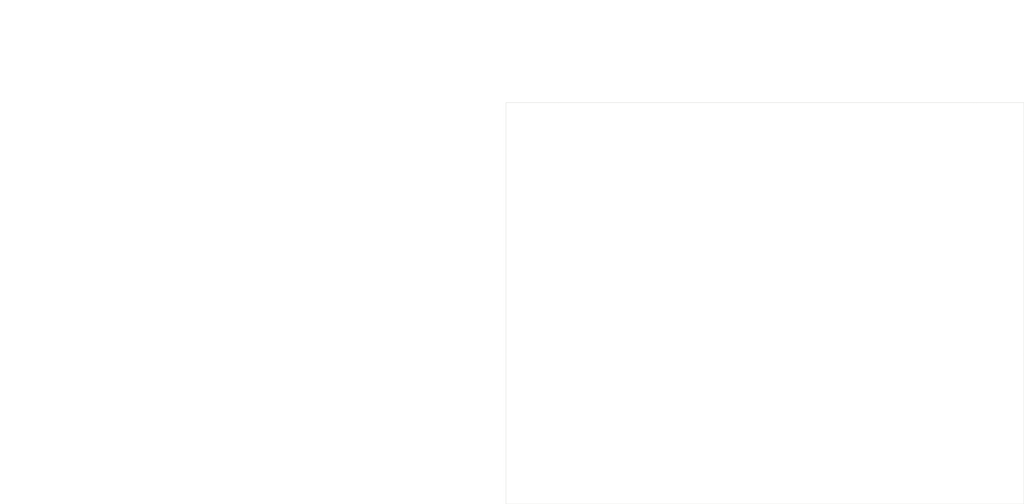
<source format=kicad_pcb>
(kicad_pcb (version 20221018) (generator pcbnew)
  (title_block (title "CC Controller") (date "2020-11-30") (rev "000"))
  (layers (0 "F.Cu" signal) (1 "In1.Cu" signal) (2 "In2.Cu" signal) (31 "B.Cu" signal) (34 "B.Paste" user) (35 "F.Paste" user) (36 "B.SilkS" user "B.Silkscreen") (37 "F.SilkS" user "F.Silkscreen") (38 "B.Mask" user) (39 "F.Mask" user) (44 "Edge.Cuts" user))
  (net 0 "")
  (footprint "Mousebites:0.5mm-NPTH-Drill" (layer "F.Cu") (at 100.288 37.76 90)
    (fp_text reference "REF**" hide)
    (fp_text value "0.5mm-NPTH-Drill" hide)
    (pad "" np_thru_hole circle (at 0 0 90) (size 0.5 0.5) (drill 0.5) (layers "*.Cu" "*.Mask"))
  )
  (footprint "Mousebites:0.5mm-NPTH-Drill" (layer "F.Cu") (at 101.054 37.76 90)
    (fp_text reference "REF**" hide)
    (fp_text value "0.5mm-NPTH-Drill" hide)
    (pad "" np_thru_hole circle (at 0 0 90) (size 0.5 0.5) (drill 0.5) (layers "*.Cu" "*.Mask"))
  )
  (footprint "Mousebites:0.5mm-NPTH-Drill" (layer "F.Cu") (at 101.82 37.76 90)
    (fp_text reference "REF**" hide)
    (fp_text value "0.5mm-NPTH-Drill" hide)
    (pad "" np_thru_hole circle (at 0 0 90) (size 0.5 0.5) (drill 0.5) (layers "*.Cu" "*.Mask"))
  )
  (footprint "Mousebites:0.5mm-NPTH-Drill" (layer "F.Cu") (at 97.99 37.76 90)
    (fp_text reference "REF**" hide)
    (fp_text value "0.5mm-NPTH-Drill" hide)
    (pad "" np_thru_hole circle (at 0 0 90) (size 0.5 0.5) (drill 0.5) (layers "*.Cu" "*.Mask"))
  )
  (footprint "Mousebites:0.5mm-NPTH-Drill" (layer "F.Cu") (at 98.756 37.76 90)
    (fp_text reference "REF**" hide)
    (fp_text value "0.5mm-NPTH-Drill" hide)
    (pad "" np_thru_hole circle (at 0 0 90) (size 0.5 0.5) (drill 0.5) (layers "*.Cu" "*.Mask"))
  )
  (footprint "Mousebites:0.5mm-NPTH-Drill" (layer "F.Cu") (at 99.522 37.76 90)
    (fp_text reference "REF**" hide)
    (fp_text value "0.5mm-NPTH-Drill" hide)
    (pad "" np_thru_hole circle (at 0 0 90) (size 0.5 0.5) (drill 0.5) (layers "*.Cu" "*.Mask"))
  )
  (footprint "Mousebites:0.5mm-NPTH-Drill" (layer "F.Cu") (at 176.402 85.73 90)
    (fp_text reference "REF**" hide)
    (fp_text value "0.5mm-NPTH-Drill" hide)
    (pad "" np_thru_hole circle (at 0 0 90) (size 0.5 0.5) (drill 0.5) (layers "*.Cu" "*.Mask"))
  )
  (footprint "Mousebites:0.5mm-NPTH-Drill" (layer "F.Cu") (at 175.616 37.76 90)
    (fp_text reference "REF**" hide)
    (fp_text value "0.5mm-NPTH-Drill" hide)
    (pad "" np_thru_hole circle (at 0 0 90) (size 0.5 0.5) (drill 0.5) (layers "*.Cu" "*.Mask"))
  )
  (footprint "Mousebites:0.5mm-NPTH-Drill" (layer "F.Cu") (at 174.85 37.76 90)
    (fp_text reference "REF**" hide)
    (fp_text value "0.5mm-NPTH-Drill" hide)
    (pad "" np_thru_hole circle (at 0 0 90) (size 0.5 0.5) (drill 0.5) (layers "*.Cu" "*.Mask"))
  )
  (footprint "Mousebites:0.5mm-NPTH-Drill" (layer "F.Cu") (at 178.68 37.76 90)
    (fp_text reference "REF**" hide)
    (fp_text value "0.5mm-NPTH-Drill" hide)
    (pad "" np_thru_hole circle (at 0 0 90) (size 0.5 0.5) (drill 0.5) (layers "*.Cu" "*.Mask"))
  )
  (footprint "Mousebites:0.5mm-NPTH-Drill" (layer "F.Cu") (at 177.914 37.76 90)
    (fp_text reference "REF**" hide)
    (fp_text value "0.5mm-NPTH-Drill" hide)
    (pad "" np_thru_hole circle (at 0 0 90) (size 0.5 0.5) (drill 0.5) (layers "*.Cu" "*.Mask"))
  )
  (footprint "Mousebites:0.5mm-NPTH-Drill" (layer "F.Cu") (at 177.148 37.76 90)
    (fp_text reference "REF**" hide)
    (fp_text value "0.5mm-NPTH-Drill" hide)
    (pad "" np_thru_hole circle (at 0 0 90) (size 0.5 0.5) (drill 0.5) (layers "*.Cu" "*.Mask"))
  )
  (footprint "Mousebites:0.5mm-NPTH-Drill" (layer "F.Cu") (at 105.14 91.318 180)
    (fp_text reference "REF**" hide)
    (fp_text value "0.5mm-NPTH-Drill" hide)
    (pad "" np_thru_hole circle (at 0 0 180) (size 0.5 0.5) (drill 0.5) (layers "*.Cu" "*.Mask"))
  )
  (footprint "Mousebites:0.5mm-NPTH-Drill" (layer "F.Cu") (at 105.14 90.552 180)
    (fp_text reference "REF**" hide)
    (fp_text value "0.5mm-NPTH-Drill" hide)
    (pad "" np_thru_hole circle (at 0 0 180) (size 0.5 0.5) (drill 0.5) (layers "*.Cu" "*.Mask"))
  )
  (footprint "Mousebites:0.5mm-NPTH-Drill" (layer "F.Cu") (at 105.14 92.084 180)
    (fp_text reference "REF**" hide)
    (fp_text value "0.5mm-NPTH-Drill" hide)
    (pad "" np_thru_hole circle (at 0 0 180) (size 0.5 0.5) (drill 0.5) (layers "*.Cu" "*.Mask"))
  )
  (footprint "Mousebites:0.5mm-NPTH-Drill" (layer "F.Cu") (at 105.14 92.85 180)
    (fp_text reference "REF**" hide)
    (fp_text value "0.5mm-NPTH-Drill" hide)
    (pad "" np_thru_hole circle (at 0 0 180) (size 0.5 0.5) (drill 0.5) (layers "*.Cu" "*.Mask"))
  )
  (footprint "Mousebites:0.5mm-NPTH-Drill" (layer "F.Cu") (at 105.14 89.786 180)
    (fp_text reference "REF**" hide)
    (fp_text value "0.5mm-NPTH-Drill" hide)
    (pad "" np_thru_hole circle (at 0 0 180) (size 0.5 0.5) (drill 0.5) (layers "*.Cu" "*.Mask"))
  )
  (footprint "Mousebites:0.5mm-NPTH-Drill" (layer "F.Cu") (at 105.14 89.02 180)
    (fp_text reference "REF**" hide)
    (fp_text value "0.5mm-NPTH-Drill" hide)
    (pad "" np_thru_hole circle (at 0 0 180) (size 0.5 0.5) (drill 0.5) (layers "*.Cu" "*.Mask"))
  )
  (footprint "Mousebites:2MM_Stencil_Hole" (layer "F.Cu") (at 175.314263 33.95)
    (fp_text reference "REF**" hide)
    (fp_text value "2MM_Stencil_Hole" hide)
    (pad "" np_thru_hole circle (at 0 0) (size 2 2) (drill 2) (layers "*.Cu" "*.Paste" "*.Mask"))
  )
  (footprint "Mousebites:2MM_Stencil_Hole" (layer "F.Cu") (at 101.335737 89.51)
    (fp_text reference "REF**" hide)
    (fp_text value "2MM_Stencil_Hole" hide)
    (pad "" np_thru_hole circle (at 0 0) (size 2 2) (drill 2) (layers "*.Cu" "*.Paste" "*.Mask"))
  )
  (footprint "Mousebites:0.5mm-NPTH-Drill" (layer "F.Cu") (at 105.055 43.345)
    (fp_text reference "REF**" hide)
    (fp_text value "0.5mm-NPTH-Drill" hide)
    (pad "" np_thru_hole circle (at 0 0) (size 0.5 0.5) (drill 0.5) (layers "*.Cu" "*.Mask"))
  )
  (footprint "Mousebites:0.5mm-NPTH-Drill" (layer "F.Cu") (at 105.055 44.11)
    (fp_text reference "REF**" hide)
    (fp_text value "0.5mm-NPTH-Drill" hide)
    (pad "" np_thru_hole circle (at 0 0) (size 0.5 0.5) (drill 0.5) (layers "*.Cu" "*.Mask"))
  )
  (footprint "Mousebites:0.5mm-NPTH-Drill" (layer "F.Cu") (at 105.055 45.64)
    (fp_text reference "REF**" hide)
    (fp_text value "0.5mm-NPTH-Drill" hide)
    (pad "" np_thru_hole circle (at 0 0) (size 0.5 0.5) (drill 0.5) (layers "*.Cu" "*.Mask"))
  )
  (footprint "Mousebites:0.5mm-NPTH-Drill" (layer "F.Cu") (at 105.055 42.58)
    (fp_text reference "REF**" hide)
    (fp_text value "0.5mm-NPTH-Drill" hide)
    (pad "" np_thru_hole circle (at 0 0) (size 0.5 0.5) (drill 0.5) (layers "*.Cu" "*.Mask"))
  )
  (footprint "Mousebites:0.5mm-NPTH-Drill" (layer "F.Cu") (at 105.055 44.875)
    (fp_text reference "REF**" hide)
    (fp_text value "0.5mm-NPTH-Drill" hide)
    (pad "" np_thru_hole circle (at 0 0) (size 0.5 0.5) (drill 0.5) (layers "*.Cu" "*.Mask"))
  )
  (footprint "Mousebites:0.5mm-NPTH-Drill" (layer "F.Cu") (at 105.055 46.41)
    (fp_text reference "REF**" hide)
    (fp_text value "0.5mm-NPTH-Drill" hide)
    (pad "" np_thru_hole circle (at 0 -0.005) (size 0.5 0.5) (drill 0.5) (layers "*.Cu" "*.Mask"))
  )
  (footprint "Mousebites:0.5mm-NPTH-Drill" (layer "F.Cu") (at 105.055 47.17)
    (fp_text reference "REF**" hide)
    (fp_text value "0.5mm-NPTH-Drill" hide)
    (pad "" np_thru_hole circle (at 0 0) (size 0.5 0.5) (drill 0.5) (layers "*.Cu" "*.Mask"))
  )
  (footprint "Mousebites:0.5mm-NPTH-Drill" (layer "F.Cu") (at 176.382 37.76 90)
    (fp_text reference "REF**" hide)
    (fp_text value "0.5mm-NPTH-Drill" hide)
    (pad "" np_thru_hole circle (at 0 0 90) (size 0.5 0.5) (drill 0.5) (layers "*.Cu" "*.Mask"))
  )
  (footprint "Mousebites:0.5mm-NPTH-Drill" (layer "F.Cu") (at 137.105 43.345)
    (fp_text reference "REF**" hide)
    (fp_text value "0.5mm-NPTH-Drill" hide)
    (pad "" np_thru_hole circle (at 0 0) (size 0.5 0.5) (drill 0.5) (layers "*.Cu" "*.Mask"))
  )
  (footprint "Mousebites:0.5mm-NPTH-Drill" (layer "F.Cu") (at 137.105 44.875)
    (fp_text reference "REF**" hide)
    (fp_text value "0.5mm-NPTH-Drill" hide)
    (pad "" np_thru_hole circle (at 0 0) (size 0.5 0.5) (drill 0.5) (layers "*.Cu" "*.Mask"))
  )
  (footprint "Mousebites:0.5mm-NPTH-Drill" (layer "F.Cu") (at 137.105 46.41)
    (fp_text reference "REF**" hide)
    (fp_text value "0.5mm-NPTH-Drill" hide)
    (pad "" np_thru_hole circle (at 0 -0.005) (size 0.5 0.5) (drill 0.5) (layers "*.Cu" "*.Mask"))
  )
  (footprint "Mousebites:0.5mm-NPTH-Drill" (layer "F.Cu") (at 137.105 42.58)
    (fp_text reference "REF**" hide)
    (fp_text value "0.5mm-NPTH-Drill" hide)
    (pad "" np_thru_hole circle (at 0 0) (size 0.5 0.5) (drill 0.5) (layers "*.Cu" "*.Mask"))
  )
  (footprint "Mousebites:0.5mm-NPTH-Drill" (layer "F.Cu") (at 137.105 45.64)
    (fp_text reference "REF**" hide)
    (fp_text value "0.5mm-NPTH-Drill" hide)
    (pad "" np_thru_hole circle (at 0 0) (size 0.5 0.5) (drill 0.5) (layers "*.Cu" "*.Mask"))
  )
  (footprint "Mousebites:0.5mm-NPTH-Drill" (layer "F.Cu") (at 137.105 44.11)
    (fp_text reference "REF**" hide)
    (fp_text value "0.5mm-NPTH-Drill" hide)
    (pad "" np_thru_hole circle (at 0 0) (size 0.5 0.5) (drill 0.5) (layers "*.Cu" "*.Mask"))
  )
  (footprint "Mousebites:0.5mm-NPTH-Drill" (layer "F.Cu") (at 137.105 47.17)
    (fp_text reference "REF**" hide)
    (fp_text value "0.5mm-NPTH-Drill" hide)
    (pad "" np_thru_hole circle (at 0 0) (size 0.5 0.5) (drill 0.5) (layers "*.Cu" "*.Mask"))
  )
  (footprint "Mousebites:0.5mm-NPTH-Drill" (layer "F.Cu") (at 139.555 45.64)
    (fp_text reference "REF**" hide)
    (fp_text value "0.5mm-NPTH-Drill" hide)
    (pad "" np_thru_hole circle (at 0 0) (size 0.5 0.5) (drill 0.5) (layers "*.Cu" "*.Mask"))
  )
  (footprint "Mousebites:0.5mm-NPTH-Drill" (layer "F.Cu") (at 139.555 47.17)
    (fp_text reference "REF**" hide)
    (fp_text value "0.5mm-NPTH-Drill" hide)
    (pad "" np_thru_hole circle (at 0 0) (size 0.5 0.5) (drill 0.5) (layers "*.Cu" "*.Mask"))
  )
  (footprint "Mousebites:0.5mm-NPTH-Drill" (layer "F.Cu") (at 139.555 42.58)
    (fp_text reference "REF**" hide)
    (fp_text value "0.5mm-NPTH-Drill" hide)
    (pad "" np_thru_hole circle (at 0 0) (size 0.5 0.5) (drill 0.5) (layers "*.Cu" "*.Mask"))
  )
  (footprint "Mousebites:0.5mm-NPTH-Drill" (layer "F.Cu") (at 139.555 44.11)
    (fp_text reference "REF**" hide)
    (fp_text value "0.5mm-NPTH-Drill" hide)
    (pad "" np_thru_hole circle (at 0 0) (size 0.5 0.5) (drill 0.5) (layers "*.Cu" "*.Mask"))
  )
  (footprint "Mousebites:0.5mm-NPTH-Drill" (layer "F.Cu") (at 139.555 43.345)
    (fp_text reference "REF**" hide)
    (fp_text value "0.5mm-NPTH-Drill" hide)
    (pad "" np_thru_hole circle (at 0 0) (size 0.5 0.5) (drill 0.5) (layers "*.Cu" "*.Mask"))
  )
  (footprint "Mousebites:0.5mm-NPTH-Drill" (layer "F.Cu") (at 139.555 44.875)
    (fp_text reference "REF**" hide)
    (fp_text value "0.5mm-NPTH-Drill" hide)
    (pad "" np_thru_hole circle (at 0 0) (size 0.5 0.5) (drill 0.5) (layers "*.Cu" "*.Mask"))
  )
  (footprint "Mousebites:0.5mm-NPTH-Drill" (layer "F.Cu") (at 139.555 46.41)
    (fp_text reference "REF**" hide)
    (fp_text value "0.5mm-NPTH-Drill" hide)
    (pad "" np_thru_hole circle (at 0 -0.005) (size 0.5 0.5) (drill 0.5) (layers "*.Cu" "*.Mask"))
  )
  (footprint "Mousebites:0.5mm-NPTH-Drill" (layer "F.Cu") (at 171.605 43.345)
    (fp_text reference "REF**" hide)
    (fp_text value "0.5mm-NPTH-Drill" hide)
    (pad "" np_thru_hole circle (at 0 0) (size 0.5 0.5) (drill 0.5) (layers "*.Cu" "*.Mask"))
  )
  (footprint "Mousebites:0.5mm-NPTH-Drill" (layer "F.Cu") (at 171.605 44.875)
    (fp_text reference "REF**" hide)
    (fp_text value "0.5mm-NPTH-Drill" hide)
    (pad "" np_thru_hole circle (at 0 0) (size 0.5 0.5) (drill 0.5) (layers "*.Cu" "*.Mask"))
  )
  (footprint "Mousebites:0.5mm-NPTH-Drill" (layer "F.Cu") (at 171.605 46.41)
    (fp_text reference "REF**" hide)
    (fp_text value "0.5mm-NPTH-Drill" hide)
    (pad "" np_thru_hole circle (at 0 -0.005) (size 0.5 0.5) (drill 0.5) (layers "*.Cu" "*.Mask"))
  )
  (footprint "Mousebites:0.5mm-NPTH-Drill" (layer "F.Cu") (at 171.605 42.58)
    (fp_text reference "REF**" hide)
    (fp_text value "0.5mm-NPTH-Drill" hide)
    (pad "" np_thru_hole circle (at 0 0) (size 0.5 0.5) (drill 0.5) (layers "*.Cu" "*.Mask"))
  )
  (footprint "Mousebites:0.5mm-NPTH-Drill" (layer "F.Cu") (at 171.605 45.64)
    (fp_text reference "REF**" hide)
    (fp_text value "0.5mm-NPTH-Drill" hide)
    (pad "" np_thru_hole circle (at 0 0) (size 0.5 0.5) (drill 0.5) (layers "*.Cu" "*.Mask"))
  )
  (footprint "Mousebites:0.5mm-NPTH-Drill" (layer "F.Cu") (at 171.605 44.11)
    (fp_text reference "REF**" hide)
    (fp_text value "0.5mm-NPTH-Drill" hide)
    (pad "" np_thru_hole circle (at 0 0) (size 0.5 0.5) (drill 0.5) (layers "*.Cu" "*.Mask"))
  )
  (footprint "Mousebites:0.5mm-NPTH-Drill" (layer "F.Cu") (at 171.605 47.17)
    (fp_text reference "REF**" hide)
    (fp_text value "0.5mm-NPTH-Drill" hide)
    (pad "" np_thru_hole circle (at 0 0) (size 0.5 0.5) (drill 0.5) (layers "*.Cu" "*.Mask"))
  )
  (footprint "Mousebites:0.5mm-NPTH-Drill" (layer "F.Cu") (at 97.98 69.86 90)
    (fp_text reference "REF**" hide)
    (fp_text value "0.5mm-NPTH-Drill" hide)
    (pad "" np_thru_hole circle (at 0 0 90) (size 0.5 0.5) (drill 0.5) (layers "*.Cu" "*.Mask"))
  )
  (footprint "Mousebites:0.5mm-NPTH-Drill" (layer "F.Cu") (at 99.512 69.86 90)
    (fp_text reference "REF**" hide)
    (fp_text value "0.5mm-NPTH-Drill" hide)
    (pad "" np_thru_hole circle (at 0 0 90) (size 0.5 0.5) (drill 0.5) (layers "*.Cu" "*.Mask"))
  )
  (footprint "Mousebites:0.5mm-NPTH-Drill" (layer "F.Cu") (at 98.746 69.86 90)
    (fp_text reference "REF**" hide)
    (fp_text value "0.5mm-NPTH-Drill" hide)
    (pad "" np_thru_hole circle (at 0 0 90) (size 0.5 0.5) (drill 0.5) (layers "*.Cu" "*.Mask"))
  )
  (footprint "Mousebites:0.5mm-NPTH-Drill" (layer "F.Cu") (at 101.81 69.86 90)
    (fp_text reference "REF**" hide)
    (fp_text value "0.5mm-NPTH-Drill" hide)
    (pad "" np_thru_hole circle (at 0 0 90) (size 0.5 0.5) (drill 0.5) (layers "*.Cu" "*.Mask"))
  )
  (footprint "Mousebites:0.5mm-NPTH-Drill" (layer "F.Cu") (at 100.278 69.86 90)
    (fp_text reference "REF**" hide)
    (fp_text value "0.5mm-NPTH-Drill" hide)
    (pad "" np_thru_hole circle (at 0 0 90) (size 0.5 0.5) (drill 0.5) (layers "*.Cu" "*.Mask"))
  )
  (footprint "Mousebites:0.5mm-NPTH-Drill" (layer "F.Cu") (at 101.044 69.86 90)
    (fp_text reference "REF**" hide)
    (fp_text value "0.5mm-NPTH-Drill" hide)
    (pad "" np_thru_hole circle (at 0 0 90) (size 0.5 0.5) (drill 0.5) (layers "*.Cu" "*.Mask"))
  )
  (footprint "Mousebites:0.5mm-NPTH-Drill" (layer "F.Cu") (at 139.555 62.39)
    (fp_text reference "REF**" hide)
    (fp_text value "0.5mm-NPTH-Drill" hide)
    (pad "" np_thru_hole circle (at 0 0) (size 0.5 0.5) (drill 0.5) (layers "*.Cu" "*.Mask"))
  )
  (footprint "Mousebites:0.5mm-NPTH-Drill" (layer "F.Cu") (at 139.555 79.14)
    (fp_text reference "REF**" hide)
    (fp_text value "0.5mm-NPTH-Drill" hide)
    (pad "" np_thru_hole circle (at 0 0) (size 0.5 0.5) (drill 0.5) (layers "*.Cu" "*.Mask"))
  )
  (footprint "Mousebites:0.5mm-NPTH-Drill" (layer "F.Cu") (at 137.105 60.86)
    (fp_text reference "REF**" hide)
    (fp_text value "0.5mm-NPTH-Drill" hide)
    (pad "" np_thru_hole circle (at 0 0) (size 0.5 0.5) (drill 0.5) (layers "*.Cu" "*.Mask"))
  )
  (footprint "Mousebites:0.5mm-NPTH-Drill" (layer "F.Cu") (at 137.105 77.61)
    (fp_text reference "REF**" hide)
    (fp_text value "0.5mm-NPTH-Drill" hide)
    (pad "" np_thru_hole circle (at 0 0) (size 0.5 0.5) (drill 0.5) (layers "*.Cu" "*.Mask"))
  )
  (footprint "Mousebites:0.5mm-NPTH-Drill" (layer "F.Cu") (at 137.105 62.39)
    (fp_text reference "REF**" hide)
    (fp_text value "0.5mm-NPTH-Drill" hide)
    (pad "" np_thru_hole circle (at 0 0) (size 0.5 0.5) (drill 0.5) (layers "*.Cu" "*.Mask"))
  )
  (footprint "Mousebites:0.5mm-NPTH-Drill" (layer "F.Cu") (at 137.105 79.14)
    (fp_text reference "REF**" hide)
    (fp_text value "0.5mm-NPTH-Drill" hide)
    (pad "" np_thru_hole circle (at 0 0) (size 0.5 0.5) (drill 0.5) (layers "*.Cu" "*.Mask"))
  )
  (footprint "Mousebites:0.5mm-NPTH-Drill" (layer "F.Cu") (at 139.555 63.16)
    (fp_text reference "REF**" hide)
    (fp_text value "0.5mm-NPTH-Drill" hide)
    (pad "" np_thru_hole circle (at 0 -0.005) (size 0.5 0.5) (drill 0.5) (layers "*.Cu" "*.Mask"))
  )
  (footprint "Mousebites:0.5mm-NPTH-Drill" (layer "F.Cu") (at 139.555 79.91)
    (fp_text reference "REF**" hide)
    (fp_text value "0.5mm-NPTH-Drill" hide)
    (pad "" np_thru_hole circle (at 0 -0.005) (size 0.5 0.5) (drill 0.5) (layers "*.Cu" "*.Mask"))
  )
  (footprint "Mousebites:0.5mm-NPTH-Drill" (layer "F.Cu") (at 137.105 63.92)
    (fp_text reference "REF**" hide)
    (fp_text value "0.5mm-NPTH-Drill" hide)
    (pad "" np_thru_hole circle (at 0 0) (size 0.5 0.5) (drill 0.5) (layers "*.Cu" "*.Mask"))
  )
  (footprint "Mousebites:0.5mm-NPTH-Drill" (layer "F.Cu") (at 137.105 80.67)
    (fp_text reference "REF**" hide)
    (fp_text value "0.5mm-NPTH-Drill" hide)
    (pad "" np_thru_hole circle (at 0 0) (size 0.5 0.5) (drill 0.5) (layers "*.Cu" "*.Mask"))
  )
  (footprint "Mousebites:0.5mm-NPTH-Drill" (layer "F.Cu") (at 139.555 60.86)
    (fp_text reference "REF**" hide)
    (fp_text value "0.5mm-NPTH-Drill" hide)
    (pad "" np_thru_hole circle (at 0 0) (size 0.5 0.5) (drill 0.5) (layers "*.Cu" "*.Mask"))
  )
  (footprint "Mousebites:0.5mm-NPTH-Drill" (layer "F.Cu") (at 139.555 77.61)
    (fp_text reference "REF**" hide)
    (fp_text value "0.5mm-NPTH-Drill" hide)
    (pad "" np_thru_hole circle (at 0 0) (size 0.5 0.5) (drill 0.5) (layers "*.Cu" "*.Mask"))
  )
  (footprint "Mousebites:0.5mm-NPTH-Drill" (layer "F.Cu") (at 139.555 63.92)
    (fp_text reference "REF**" hide)
    (fp_text value "0.5mm-NPTH-Drill" hide)
    (pad "" np_thru_hole circle (at 0 0) (size 0.5 0.5) (drill 0.5) (layers "*.Cu" "*.Mask"))
  )
  (footprint "Mousebites:0.5mm-NPTH-Drill" (layer "F.Cu") (at 139.555 80.67)
    (fp_text reference "REF**" hide)
    (fp_text value "0.5mm-NPTH-Drill" hide)
    (pad "" np_thru_hole circle (at 0 0) (size 0.5 0.5) (drill 0.5) (layers "*.Cu" "*.Mask"))
  )
  (footprint "Mousebites:0.5mm-NPTH-Drill" (layer "F.Cu") (at 137.105 59.33)
    (fp_text reference "REF**" hide)
    (fp_text value "0.5mm-NPTH-Drill" hide)
    (pad "" np_thru_hole circle (at 0 0) (size 0.5 0.5) (drill 0.5) (layers "*.Cu" "*.Mask"))
  )
  (footprint "Mousebites:0.5mm-NPTH-Drill" (layer "F.Cu") (at 137.105 76.08)
    (fp_text reference "REF**" hide)
    (fp_text value "0.5mm-NPTH-Drill" hide)
    (pad "" np_thru_hole circle (at 0 0) (size 0.5 0.5) (drill 0.5) (layers "*.Cu" "*.Mask"))
  )
  (footprint "Mousebites:0.5mm-NPTH-Drill" (layer "F.Cu") (at 137.105 63.16)
    (fp_text reference "REF**" hide)
    (fp_text value "0.5mm-NPTH-Drill" hide)
    (pad "" np_thru_hole circle (at 0 -0.005) (size 0.5 0.5) (drill 0.5) (layers "*.Cu" "*.Mask"))
  )
  (footprint "Mousebites:0.5mm-NPTH-Drill" (layer "F.Cu") (at 137.105 79.91)
    (fp_text reference "REF**" hide)
    (fp_text value "0.5mm-NPTH-Drill" hide)
    (pad "" np_thru_hole circle (at 0 -0.005) (size 0.5 0.5) (drill 0.5) (layers "*.Cu" "*.Mask"))
  )
  (footprint "Mousebites:0.5mm-NPTH-Drill" (layer "F.Cu") (at 137.105 61.625)
    (fp_text reference "REF**" hide)
    (fp_text value "0.5mm-NPTH-Drill" hide)
    (pad "" np_thru_hole circle (at 0 0) (size 0.5 0.5) (drill 0.5) (layers "*.Cu" "*.Mask"))
  )
  (footprint "Mousebites:0.5mm-NPTH-Drill" (layer "F.Cu") (at 137.105 78.375)
    (fp_text reference "REF**" hide)
    (fp_text value "0.5mm-NPTH-Drill" hide)
    (pad "" np_thru_hole circle (at 0 0) (size 0.5 0.5) (drill 0.5) (layers "*.Cu" "*.Mask"))
  )
  (footprint "Mousebites:0.5mm-NPTH-Drill" (layer "F.Cu") (at 137.105 60.095)
    (fp_text reference "REF**" hide)
    (fp_text value "0.5mm-NPTH-Drill" hide)
    (pad "" np_thru_hole circle (at 0 0) (size 0.5 0.5) (drill 0.5) (layers "*.Cu" "*.Mask"))
  )
  (footprint "Mousebites:0.5mm-NPTH-Drill" (layer "F.Cu") (at 137.105 76.845)
    (fp_text reference "REF**" hide)
    (fp_text value "0.5mm-NPTH-Drill" hide)
    (pad "" np_thru_hole circle (at 0 0) (size 0.5 0.5) (drill 0.5) (layers "*.Cu" "*.Mask"))
  )
  (footprint "Mousebites:0.5mm-NPTH-Drill" (layer "F.Cu") (at 105.055 63.92)
    (fp_text reference "REF**" hide)
    (fp_text value "0.5mm-NPTH-Drill" hide)
    (pad "" np_thru_hole circle (at 0 0) (size 0.5 0.5) (drill 0.5) (layers "*.Cu" "*.Mask"))
  )
  (footprint "Mousebites:0.5mm-NPTH-Drill" (layer "F.Cu") (at 105.055 80.67)
    (fp_text reference "REF**" hide)
    (fp_text value "0.5mm-NPTH-Drill" hide)
    (pad "" np_thru_hole circle (at 0 0) (size 0.5 0.5) (drill 0.5) (layers "*.Cu" "*.Mask"))
  )
  (footprint "Mousebites:0.5mm-NPTH-Drill" (layer "F.Cu") (at 105.055 63.16)
    (fp_text reference "REF**" hide)
    (fp_text value "0.5mm-NPTH-Drill" hide)
    (pad "" np_thru_hole circle (at 0 -0.005) (size 0.5 0.5) (drill 0.5) (layers "*.Cu" "*.Mask"))
  )
  (footprint "Mousebites:0.5mm-NPTH-Drill" (layer "F.Cu") (at 105.055 79.91)
    (fp_text reference "REF**" hide)
    (fp_text value "0.5mm-NPTH-Drill" hide)
    (pad "" np_thru_hole circle (at 0 -0.005) (size 0.5 0.5) (drill 0.5) (layers "*.Cu" "*.Mask"))
  )
  (footprint "Mousebites:0.5mm-NPTH-Drill" (layer "F.Cu") (at 171.605 60.095)
    (fp_text reference "REF**" hide)
    (fp_text value "0.5mm-NPTH-Drill" hide)
    (pad "" np_thru_hole circle (at 0 0) (size 0.5 0.5) (drill 0.5) (layers "*.Cu" "*.Mask"))
  )
  (footprint "Mousebites:0.5mm-NPTH-Drill" (layer "F.Cu") (at 171.605 76.845)
    (fp_text reference "REF**" hide)
    (fp_text value "0.5mm-NPTH-Drill" hide)
    (pad "" np_thru_hole circle (at 0 0) (size 0.5 0.5) (drill 0.5) (layers "*.Cu" "*.Mask"))
  )
  (footprint "Mousebites:0.5mm-NPTH-Drill" (layer "F.Cu") (at 105.055 59.33)
    (fp_text reference "REF**" hide)
    (fp_text value "0.5mm-NPTH-Drill" hide)
    (pad "" np_thru_hole circle (at 0 0) (size 0.5 0.5) (drill 0.5) (layers "*.Cu" "*.Mask"))
  )
  (footprint "Mousebites:0.5mm-NPTH-Drill" (layer "F.Cu") (at 105.055 76.08)
    (fp_text reference "REF**" hide)
    (fp_text value "0.5mm-NPTH-Drill" hide)
    (pad "" np_thru_hole circle (at 0 0) (size 0.5 0.5) (drill 0.5) (layers "*.Cu" "*.Mask"))
  )
  (footprint "Mousebites:0.5mm-NPTH-Drill" (layer "F.Cu") (at 139.555 60.095)
    (fp_text reference "REF**" hide)
    (fp_text value "0.5mm-NPTH-Drill" hide)
    (pad "" np_thru_hole circle (at 0 0) (size 0.5 0.5) (drill 0.5) (layers "*.Cu" "*.Mask"))
  )
  (footprint "Mousebites:0.5mm-NPTH-Drill" (layer "F.Cu") (at 139.555 76.845)
    (fp_text reference "REF**" hide)
    (fp_text value "0.5mm-NPTH-Drill" hide)
    (pad "" np_thru_hole circle (at 0 0) (size 0.5 0.5) (drill 0.5) (layers "*.Cu" "*.Mask"))
  )
  (footprint "Mousebites:0.5mm-NPTH-Drill" (layer "F.Cu") (at 139.555 61.625)
    (fp_text reference "REF**" hide)
    (fp_text value "0.5mm-NPTH-Drill" hide)
    (pad "" np_thru_hole circle (at 0 0) (size 0.5 0.5) (drill 0.5) (layers "*.Cu" "*.Mask"))
  )
  (footprint "Mousebites:0.5mm-NPTH-Drill" (layer "F.Cu") (at 139.555 78.375)
    (fp_text reference "REF**" hide)
    (fp_text value "0.5mm-NPTH-Drill" hide)
    (pad "" np_thru_hole circle (at 0 0) (size 0.5 0.5) (drill 0.5) (layers "*.Cu" "*.Mask"))
  )
  (footprint "Mousebites:0.5mm-NPTH-Drill" (layer "F.Cu") (at 139.555 59.33)
    (fp_text reference "REF**" hide)
    (fp_text value "0.5mm-NPTH-Drill" hide)
    (pad "" np_thru_hole circle (at 0 0) (size 0.5 0.5) (drill 0.5) (layers "*.Cu" "*.Mask"))
  )
  (footprint "Mousebites:0.5mm-NPTH-Drill" (layer "F.Cu") (at 139.555 76.08)
    (fp_text reference "REF**" hide)
    (fp_text value "0.5mm-NPTH-Drill" hide)
    (pad "" np_thru_hole circle (at 0 0) (size 0.5 0.5) (drill 0.5) (layers "*.Cu" "*.Mask"))
  )
  (footprint "Mousebites:0.5mm-NPTH-Drill" (layer "F.Cu") (at 105.055 61.625)
    (fp_text reference "REF**" hide)
    (fp_text value "0.5mm-NPTH-Drill" hide)
    (pad "" np_thru_hole circle (at 0 0) (size 0.5 0.5) (drill 0.5) (layers "*.Cu" "*.Mask"))
  )
  (footprint "Mousebites:0.5mm-NPTH-Drill" (layer "F.Cu") (at 105.055 78.375)
    (fp_text reference "REF**" hide)
    (fp_text value "0.5mm-NPTH-Drill" hide)
    (pad "" np_thru_hole circle (at 0 0) (size 0.5 0.5) (drill 0.5) (layers "*.Cu" "*.Mask"))
  )
  (footprint "Mousebites:0.5mm-NPTH-Drill" (layer "F.Cu") (at 105.055 62.39)
    (fp_text reference "REF**" hide)
    (fp_text value "0.5mm-NPTH-Drill" hide)
    (pad "" np_thru_hole circle (at 0 0) (size 0.5 0.5) (drill 0.5) (layers "*.Cu" "*.Mask"))
  )
  (footprint "Mousebites:0.5mm-NPTH-Drill" (layer "F.Cu") (at 105.055 79.14)
    (fp_text reference "REF**" hide)
    (fp_text value "0.5mm-NPTH-Drill" hide)
    (pad "" np_thru_hole circle (at 0 0) (size 0.5 0.5) (drill 0.5) (layers "*.Cu" "*.Mask"))
  )
  (footprint "Mousebites:0.5mm-NPTH-Drill" (layer "F.Cu") (at 105.055 60.86)
    (fp_text reference "REF**" hide)
    (fp_text value "0.5mm-NPTH-Drill" hide)
    (pad "" np_thru_hole circle (at 0 0) (size 0.5 0.5) (drill 0.5) (layers "*.Cu" "*.Mask"))
  )
  (footprint "Mousebites:0.5mm-NPTH-Drill" (layer "F.Cu") (at 105.055 77.61)
    (fp_text reference "REF**" hide)
    (fp_text value "0.5mm-NPTH-Drill" hide)
    (pad "" np_thru_hole circle (at 0 0) (size 0.5 0.5) (drill 0.5) (layers "*.Cu" "*.Mask"))
  )
  (footprint "Mousebites:0.5mm-NPTH-Drill" (layer "F.Cu") (at 105.055 60.095)
    (fp_text reference "REF**" hide)
    (fp_text value "0.5mm-NPTH-Drill" hide)
    (pad "" np_thru_hole circle (at 0 0) (size 0.5 0.5) (drill 0.5) (layers "*.Cu" "*.Mask"))
  )
  (footprint "Mousebites:0.5mm-NPTH-Drill" (layer "F.Cu") (at 105.055 76.845)
    (fp_text reference "REF**" hide)
    (fp_text value "0.5mm-NPTH-Drill" hide)
    (pad "" np_thru_hole circle (at 0 0) (size 0.5 0.5) (drill 0.5) (layers "*.Cu" "*.Mask"))
  )
  (footprint "Mousebites:0.5mm-NPTH-Drill" (layer "F.Cu") (at 171.605 59.33)
    (fp_text reference "REF**" hide)
    (fp_text value "0.5mm-NPTH-Drill" hide)
    (pad "" np_thru_hole circle (at 0 0) (size 0.5 0.5) (drill 0.5) (layers "*.Cu" "*.Mask"))
  )
  (footprint "Mousebites:0.5mm-NPTH-Drill" (layer "F.Cu") (at 171.605 76.08)
    (fp_text reference "REF**" hide)
    (fp_text value "0.5mm-NPTH-Drill" hide)
    (pad "" np_thru_hole circle (at 0 0) (size 0.5 0.5) (drill 0.5) (layers "*.Cu" "*.Mask"))
  )
  (footprint "Mousebites:0.5mm-NPTH-Drill" (layer "F.Cu") (at 171.605 63.16)
    (fp_text reference "REF**" hide)
    (fp_text value "0.5mm-NPTH-Drill" hide)
    (pad "" np_thru_hole circle (at 0 -0.005) (size 0.5 0.5) (drill 0.5) (layers "*.Cu" "*.Mask"))
  )
  (footprint "Mousebites:0.5mm-NPTH-Drill" (layer "F.Cu") (at 171.605 79.91)
    (fp_text reference "REF**" hide)
    (fp_text value "0.5mm-NPTH-Drill" hide)
    (pad "" np_thru_hole circle (at 0 -0.005) (size 0.5 0.5) (drill 0.5) (layers "*.Cu" "*.Mask"))
  )
  (footprint "Mousebites:0.5mm-NPTH-Drill" (layer "F.Cu") (at 171.605 61.625)
    (fp_text reference "REF**" hide)
    (fp_text value "0.5mm-NPTH-Drill" hide)
    (pad "" np_thru_hole circle (at 0 0) (size 0.5 0.5) (drill 0.5) (layers "*.Cu" "*.Mask"))
  )
  (footprint "Mousebites:0.5mm-NPTH-Drill" (layer "F.Cu") (at 171.605 78.375)
    (fp_text reference "REF**" hide)
    (fp_text value "0.5mm-NPTH-Drill" hide)
    (pad "" np_thru_hole circle (at 0 0) (size 0.5 0.5) (drill 0.5) (layers "*.Cu" "*.Mask"))
  )
  (footprint "Mousebites:0.5mm-NPTH-Drill" (layer "F.Cu") (at 171.605 63.92)
    (fp_text reference "REF**" hide)
    (fp_text value "0.5mm-NPTH-Drill" hide)
    (pad "" np_thru_hole circle (at 0 0) (size 0.5 0.5) (drill 0.5) (layers "*.Cu" "*.Mask"))
  )
  (footprint "Mousebites:0.5mm-NPTH-Drill" (layer "F.Cu") (at 171.605 80.67)
    (fp_text reference "REF**" hide)
    (fp_text value "0.5mm-NPTH-Drill" hide)
    (pad "" np_thru_hole circle (at 0 0) (size 0.5 0.5) (drill 0.5) (layers "*.Cu" "*.Mask"))
  )
  (footprint "Mousebites:0.5mm-NPTH-Drill" (layer "F.Cu") (at 171.605 60.86)
    (fp_text reference "REF**" hide)
    (fp_text value "0.5mm-NPTH-Drill" hide)
    (pad "" np_thru_hole circle (at 0 0) (size 0.5 0.5) (drill 0.5) (layers "*.Cu" "*.Mask"))
  )
  (footprint "Mousebites:0.5mm-NPTH-Drill" (layer "F.Cu") (at 171.605 77.61)
    (fp_text reference "REF**" hide)
    (fp_text value "0.5mm-NPTH-Drill" hide)
    (pad "" np_thru_hole circle (at 0 0) (size 0.5 0.5) (drill 0.5) (layers "*.Cu" "*.Mask"))
  )
  (footprint "Mousebites:0.5mm-NPTH-Drill" (layer "F.Cu") (at 171.605 62.39)
    (fp_text reference "REF**" hide)
    (fp_text value "0.5mm-NPTH-Drill" hide)
    (pad "" np_thru_hole circle (at 0 0) (size 0.5 0.5) (drill 0.5) (layers "*.Cu" "*.Mask"))
  )
  (footprint "Mousebites:0.5mm-NPTH-Drill" (layer "F.Cu") (at 171.605 79.14)
    (fp_text reference "REF**" hide)
    (fp_text value "0.5mm-NPTH-Drill" hide)
    (pad "" np_thru_hole circle (at 0 0) (size 0.5 0.5) (drill 0.5) (layers "*.Cu" "*.Mask"))
  )
  (footprint "Mousebites:0.5mm-NPTH-Drill" (layer "F.Cu") (at 177.148 69.86 90)
    (fp_text reference "REF**" hide)
    (fp_text value "0.5mm-NPTH-Drill" hide)
    (pad "" np_thru_hole circle (at 0 0 90) (size 0.5 0.5) (drill 0.5) (layers "*.Cu" "*.Mask"))
  )
  (footprint "Mousebites:0.5mm-NPTH-Drill" (layer "F.Cu") (at 171.51 32.152 180)
    (fp_text reference "REF**" hide)
    (fp_text value "0.5mm-NPTH-Drill" hide)
    (pad "" np_thru_hole circle (at 0 0 180) (size 0.5 0.5) (drill 0.5) (layers "*.Cu" "*.Mask"))
  )
  (footprint "Mousebites:0.5mm-NPTH-Drill" (layer "F.Cu") (at 97.99 53.22 90)
    (fp_text reference "REF**" hide)
    (fp_text value "0.5mm-NPTH-Drill" hide)
    (pad "" np_thru_hole circle (at 0 0 90) (size 0.5 0.5) (drill 0.5) (layers "*.Cu" "*.Mask"))
  )
  (footprint "Mousebites:0.5mm-NPTH-Drill" (layer "F.Cu") (at 175.636 85.73 90)
    (fp_text reference "REF**" hide)
    (fp_text value "0.5mm-NPTH-Drill" hide)
    (pad "" np_thru_hole circle (at 0 0 90) (size 0.5 0.5) (drill 0.5) (layers "*.Cu" "*.Mask"))
  )
  (footprint "Mousebites:0.5mm-NPTH-Drill" (layer "F.Cu") (at 177.168 85.73 90)
    (fp_text reference "REF**" hide)
    (fp_text value "0.5mm-NPTH-Drill" hide)
    (pad "" np_thru_hole circle (at 0 0 90) (size 0.5 0.5) (drill 0.5) (layers "*.Cu" "*.Mask"))
  )
  (footprint "Mousebites:0.5mm-NPTH-Drill" (layer "F.Cu") (at 98.756 53.22 90)
    (fp_text reference "REF**" hide)
    (fp_text value "0.5mm-NPTH-Drill" hide)
    (pad "" np_thru_hole circle (at 0 0 90) (size 0.5 0.5) (drill 0.5) (layers "*.Cu" "*.Mask"))
  )
  (footprint "Mousebites:0.5mm-NPTH-Drill" (layer "F.Cu") (at 98.726 85.72 90)
    (fp_text reference "REF**" hide)
    (fp_text value "0.5mm-NPTH-Drill" hide)
    (pad "" np_thru_hole circle (at 0 0 90) (size 0.5 0.5) (drill 0.5) (layers "*.Cu" "*.Mask"))
  )
  (footprint "Mousebites:0.5mm-NPTH-Drill" (layer "F.Cu") (at 175.646 53.22 90)
    (fp_text reference "REF**" hide)
    (fp_text value "0.5mm-NPTH-Drill" hide)
    (pad "" np_thru_hole circle (at 0 0 90) (size 0.5 0.5) (drill 0.5) (layers "*.Cu" "*.Mask"))
  )
  (footprint "Mousebites:0.5mm-NPTH-Drill" (layer "F.Cu") (at 174.85 69.86 90)
    (fp_text reference "REF**" hide)
    (fp_text value "0.5mm-NPTH-Drill" hide)
    (pad "" np_thru_hole circle (at 0 0 90) (size 0.5 0.5) (drill 0.5) (layers "*.Cu" "*.Mask"))
  )
  (footprint "Mousebites:0.5mm-NPTH-Drill" (layer "F.Cu") (at 101.79 85.72 90)
    (fp_text reference "REF**" hide)
    (fp_text value "0.5mm-NPTH-Drill" hide)
    (pad "" np_thru_hole circle (at 0 0 90) (size 0.5 0.5) (drill 0.5) (layers "*.Cu" "*.Mask"))
  )
  (footprint "Mousebites:0.5mm-NPTH-Drill" (layer "F.Cu") (at 105.13 34.44 180)
    (fp_text reference "REF**" hide)
    (fp_text value "0.5mm-NPTH-Drill" hide)
    (pad "" np_thru_hole circle (at 0 0 180) (size 0.5 0.5) (drill 0.5) (layers "*.Cu" "*.Mask"))
  )
  (footprint "Mousebites:0.5mm-NPTH-Drill" (layer "F.Cu") (at 101.024 85.72 90)
    (fp_text reference "REF**" hide)
    (fp_text value "0.5mm-NPTH-Drill" hide)
    (pad "" np_thru_hole circle (at 0 0 90) (size 0.5 0.5) (drill 0.5) (layers "*.Cu" "*.Mask"))
  )
  (footprint "Mousebites:0.5mm-NPTH-Drill" (layer "F.Cu") (at 171.51 33.684 180)
    (fp_text reference "REF**" hide)
    (fp_text value "0.5mm-NPTH-Drill" hide)
    (pad "" np_thru_hole circle (at 0 0 180) (size 0.5 0.5) (drill 0.5) (layers "*.Cu" "*.Mask"))
  )
  (footprint "Mousebites:0.5mm-NPTH-Drill" (layer "F.Cu") (at 105.13 30.61 180)
    (fp_text reference "REF**" hide)
    (fp_text value "0.5mm-NPTH-Drill" hide)
    (pad "" np_thru_hole circle (at 0 0 180) (size 0.5 0.5) (drill 0.5) (layers "*.Cu" "*.Mask"))
  )
  (footprint "Mousebites:0.5mm-NPTH-Drill" (layer "F.Cu") (at 171.51 92.144 180)
    (fp_text reference "REF**" hide)
    (fp_text value "0.5mm-NPTH-Drill" hide)
    (pad "" np_thru_hole circle (at 0 0 180) (size 0.5 0.5) (drill 0.5) (layers "*.Cu" "*.Mask"))
  )
  (footprint "Mousebites:0.5mm-NPTH-Drill" (layer "F.Cu") (at 178.7 85.73 90)
    (fp_text reference "REF**" hide)
    (fp_text value "0.5mm-NPTH-Drill" hide)
    (pad "" np_thru_hole circle (at 0 0 90) (size 0.5 0.5) (drill 0.5) (layers "*.Cu" "*.Mask"))
  )
  (footprint "Mousebites:0.5mm-NPTH-Drill" (layer "F.Cu") (at 97.96 85.72 90)
    (fp_text reference "REF**" hide)
    (fp_text value "0.5mm-NPTH-Drill" hide)
    (pad "" np_thru_hole circle (at 0 0 90) (size 0.5 0.5) (drill 0.5) (layers "*.Cu" "*.Mask"))
  )
  (footprint "Mousebites:0.5mm-NPTH-Drill" (layer "F.Cu") (at 101.054 53.22 90)
    (fp_text reference "REF**" hide)
    (fp_text value "0.5mm-NPTH-Drill" hide)
    (pad "" np_thru_hole circle (at 0 0 90) (size 0.5 0.5) (drill 0.5) (layers "*.Cu" "*.Mask"))
  )
  (footprint "Mousebites:0.5mm-NPTH-Drill" (layer "F.Cu") (at 171.51 32.918 180)
    (fp_text reference "REF**" hide)
    (fp_text value "0.5mm-NPTH-Drill" hide)
    (pad "" np_thru_hole circle (at 0 0 180) (size 0.5 0.5) (drill 0.5) (layers "*.Cu" "*.Mask"))
  )
  (footprint "Mousebites:0.5mm-NPTH-Drill" (layer "F.Cu") (at 178.71 53.22 90)
    (fp_text reference "REF**" hide)
    (fp_text value "0.5mm-NPTH-Drill" hide)
    (pad "" np_thru_hole circle (at 0 0 90) (size 0.5 0.5) (drill 0.5) (layers "*.Cu" "*.Mask"))
  )
  (footprint "Mousebites:0.5mm-NPTH-Drill" (layer "F.Cu") (at 105.13 32.908 180)
    (fp_text reference "REF**" hide)
    (fp_text value "0.5mm-NPTH-Drill" hide)
    (pad "" np_thru_hole circle (at 0 0 180) (size 0.5 0.5) (drill 0.5) (layers "*.Cu" "*.Mask"))
  )
  (footprint "Mousebites:0.5mm-NPTH-Drill" (layer "F.Cu") (at 171.51 91.378 180)
    (fp_text reference "REF**" hide)
    (fp_text value "0.5mm-NPTH-Drill" hide)
    (pad "" np_thru_hole circle (at 0 0 180) (size 0.5 0.5) (drill 0.5) (layers "*.Cu" "*.Mask"))
  )
  (footprint "Mousebites:0.5mm-NPTH-Drill" (layer "F.Cu") (at 99.492 85.72 90)
    (fp_text reference "REF**" hide)
    (fp_text value "0.5mm-NPTH-Drill" hide)
    (pad "" np_thru_hole circle (at 0 0 90) (size 0.5 0.5) (drill 0.5) (layers "*.Cu" "*.Mask"))
  )
  (footprint "Mousebites:0.5mm-NPTH-Drill" (layer "F.Cu") (at 176.412 53.22 90)
    (fp_text reference "REF**" hide)
    (fp_text value "0.5mm-NPTH-Drill" hide)
    (pad "" np_thru_hole circle (at 0 0 90) (size 0.5 0.5) (drill 0.5) (layers "*.Cu" "*.Mask"))
  )
  (footprint "Mousebites:0.5mm-NPTH-Drill" (layer "F.Cu") (at 177.934 85.73 90)
    (fp_text reference "REF**" hide)
    (fp_text value "0.5mm-NPTH-Drill" hide)
    (pad "" np_thru_hole circle (at 0 0 90) (size 0.5 0.5) (drill 0.5) (layers "*.Cu" "*.Mask"))
  )
  (footprint "Mousebites:0.5mm-NPTH-Drill" (layer "F.Cu") (at 99.522 53.22 90)
    (fp_text reference "REF**" hide)
    (fp_text value "0.5mm-NPTH-Drill" hide)
    (pad "" np_thru_hole circle (at 0 0 90) (size 0.5 0.5) (drill 0.5) (layers "*.Cu" "*.Mask"))
  )
  (footprint "Mousebites:0.5mm-NPTH-Drill" (layer "F.Cu") (at 171.51 90.612 180)
    (fp_text reference "REF**" hide)
    (fp_text value "0.5mm-NPTH-Drill" hide)
    (pad "" np_thru_hole circle (at 0 0 180) (size 0.5 0.5) (drill 0.5) (layers "*.Cu" "*.Mask"))
  )
  (footprint "Mousebites:0.5mm-NPTH-Drill" (layer "F.Cu") (at 177.944 53.22 90)
    (fp_text reference "REF**" hide)
    (fp_text value "0.5mm-NPTH-Drill" hide)
    (pad "" np_thru_hole circle (at 0 0 90) (size 0.5 0.5) (drill 0.5) (layers "*.Cu" "*.Mask"))
  )
  (footprint "Mousebites:0.5mm-NPTH-Drill" (layer "F.Cu") (at 174.87 85.73 90)
    (fp_text reference "REF**" hide)
    (fp_text value "0.5mm-NPTH-Drill" hide)
    (pad "" np_thru_hole circle (at 0 0 90) (size 0.5 0.5) (drill 0.5) (layers "*.Cu" "*.Mask"))
  )
  (footprint "Mousebites:0.5mm-NPTH-Drill" (layer "F.Cu") (at 178.68 69.86 90)
    (fp_text reference "REF**" hide)
    (fp_text value "0.5mm-NPTH-Drill" hide)
    (pad "" np_thru_hole circle (at 0 0 90) (size 0.5 0.5) (drill 0.5) (layers "*.Cu" "*.Mask"))
  )
  (footprint "Mousebites:0.5mm-NPTH-Drill" (layer "F.Cu") (at 171.51 89.08 180)
    (fp_text reference "REF**" hide)
    (fp_text value "0.5mm-NPTH-Drill" hide)
    (pad "" np_thru_hole circle (at 0 0 180) (size 0.5 0.5) (drill 0.5) (layers "*.Cu" "*.Mask"))
  )
  (footprint "Mousebites:0.5mm-NPTH-Drill" (layer "F.Cu") (at 171.51 89.846 180)
    (fp_text reference "REF**" hide)
    (fp_text value "0.5mm-NPTH-Drill" hide)
    (pad "" np_thru_hole circle (at 0 0 180) (size 0.5 0.5) (drill 0.5) (layers "*.Cu" "*.Mask"))
  )
  (footprint "Mousebites:0.5mm-NPTH-Drill" (layer "F.Cu") (at 105.13 32.142 180)
    (fp_text reference "REF**" hide)
    (fp_text value "0.5mm-NPTH-Drill" hide)
    (pad "" np_thru_hole circle (at 0 0 180) (size 0.5 0.5) (drill 0.5) (layers "*.Cu" "*.Mask"))
  )
  (footprint "Mousebites:0.5mm-NPTH-Drill" (layer "F.Cu") (at 176.382 69.86 90)
    (fp_text reference "REF**" hide)
    (fp_text value "0.5mm-NPTH-Drill" hide)
    (pad "" np_thru_hole circle (at 0 0 90) (size 0.5 0.5) (drill 0.5) (layers "*.Cu" "*.Mask"))
  )
  (footprint "Mousebites:0.5mm-NPTH-Drill" (layer "F.Cu") (at 105.13 31.376 180)
    (fp_text reference "REF**" hide)
    (fp_text value "0.5mm-NPTH-Drill" hide)
    (pad "" np_thru_hole circle (at 0 0 180) (size 0.5 0.5) (drill 0.5) (layers "*.Cu" "*.Mask"))
  )
  (footprint "Mousebites:0.5mm-NPTH-Drill" (layer "F.Cu") (at 175.616 69.86 90)
    (fp_text reference "REF**" hide)
    (fp_text value "0.5mm-NPTH-Drill" hide)
    (pad "" np_thru_hole circle (at 0 0 90) (size 0.5 0.5) (drill 0.5) (layers "*.Cu" "*.Mask"))
  )
  (footprint "Mousebites:0.5mm-NPTH-Drill" (layer "F.Cu") (at 174.88 53.22 90)
    (fp_text reference "REF**" hide)
    (fp_text value "0.5mm-NPTH-Drill" hide)
    (pad "" np_thru_hole circle (at 0 0 90) (size 0.5 0.5) (drill 0.5) (layers "*.Cu" "*.Mask"))
  )
  (footprint "Mousebites:0.5mm-NPTH-Drill" (layer "F.Cu") (at 177.178 53.22 90)
    (fp_text reference "REF**" hide)
    (fp_text value "0.5mm-NPTH-Drill" hide)
    (pad "" np_thru_hole circle (at 0 0 90) (size 0.5 0.5) (drill 0.5) (layers "*.Cu" "*.Mask"))
  )
  (footprint "Mousebites:0.5mm-NPTH-Drill" (layer "F.Cu") (at 105.13 33.674 180)
    (fp_text reference "REF**" hide)
    (fp_text value "0.5mm-NPTH-Drill" hide)
    (pad "" np_thru_hole circle (at 0 0 180) (size 0.5 0.5) (drill 0.5) (layers "*.Cu" "*.Mask"))
  )
  (footprint "Mousebites:0.5mm-NPTH-Drill" (layer "F.Cu") (at 177.914 69.86 90)
    (fp_text reference "REF**" hide)
    (fp_text value "0.5mm-NPTH-Drill" hide)
    (pad "" np_thru_hole circle (at 0 0 90) (size 0.5 0.5) (drill 0.5) (layers "*.Cu" "*.Mask"))
  )
  (footprint "Mousebites:0.5mm-NPTH-Drill" (layer "F.Cu") (at 171.51 30.62 180)
    (fp_text reference "REF**" hide)
    (fp_text value "0.5mm-NPTH-Drill" hide)
    (pad "" np_thru_hole circle (at 0 0 180) (size 0.5 0.5) (drill 0.5) (layers "*.Cu" "*.Mask"))
  )
  (footprint "Mousebites:0.5mm-NPTH-Drill" (layer "F.Cu") (at 171.51 34.45 180)
    (fp_text reference "REF**" hide)
    (fp_text value "0.5mm-NPTH-Drill" hide)
    (pad "" np_thru_hole circle (at 0 0 180) (size 0.5 0.5) (drill 0.5) (layers "*.Cu" "*.Mask"))
  )
  (footprint "Mousebites:0.5mm-NPTH-Drill" (layer "F.Cu") (at 171.51 31.386 180)
    (fp_text reference "REF**" hide)
    (fp_text value "0.5mm-NPTH-Drill" hide)
    (pad "" np_thru_hole circle (at 0 0 180) (size 0.5 0.5) (drill 0.5) (layers "*.Cu" "*.Mask"))
  )
  (footprint "Mousebites:0.5mm-NPTH-Drill" (layer "F.Cu") (at 100.258 85.72 90)
    (fp_text reference "REF**" hide)
    (fp_text value "0.5mm-NPTH-Drill" hide)
    (pad "" np_thru_hole circle (at 0 0 90) (size 0.5 0.5) (drill 0.5) (layers "*.Cu" "*.Mask"))
  )
  (footprint "Mousebites:0.5mm-NPTH-Drill" (layer "F.Cu") (at 100.288 53.22 90)
    (fp_text reference "REF**" hide)
    (fp_text value "0.5mm-NPTH-Drill" hide)
    (pad "" np_thru_hole circle (at 0 0 90) (size 0.5 0.5) (drill 0.5) (layers "*.Cu" "*.Mask"))
  )
  (footprint "Mousebites:0.5mm-NPTH-Drill" (layer "F.Cu") (at 101.82 53.22 90)
    (fp_text reference "REF**" hide)
    (fp_text value "0.5mm-NPTH-Drill" hide)
    (pad "" np_thru_hole circle (at 0 0 90) (size 0.5 0.5) (drill 0.5) (layers "*.Cu" "*.Mask"))
  )
  (footprint "Mousebites:0.5mm-NPTH-Drill" (layer "F.Cu") (at 171.51 92.91 180)
    (fp_text reference "REF**" hide)
    (fp_text value "0.5mm-NPTH-Drill" hide)
    (pad "" np_thru_hole circle (at 0 0 180) (size 0.5 0.5) (drill 0.5) (layers "*.Cu" "*.Mask"))
  )
  (gr_line (start 97.335737 93.51) (end 97.335737 29.95) (stroke (width 0.05)) (layer "Edge.Cuts"))
  (gr_line (start 179.314263 29.95) (end 179.314263 93.51) (stroke (width 0.05)) (layer "Edge.Cuts"))
  (gr_line (start 97.335737 29.95) (end 179.314263 29.95) (stroke (width 0.05)) (layer "Edge.Cuts"))
  (gr_line (start 179.314263 93.51) (end 97.335737 93.51) (stroke (width 0.05)) (layer "Edge.Cuts"))
)
</source>
